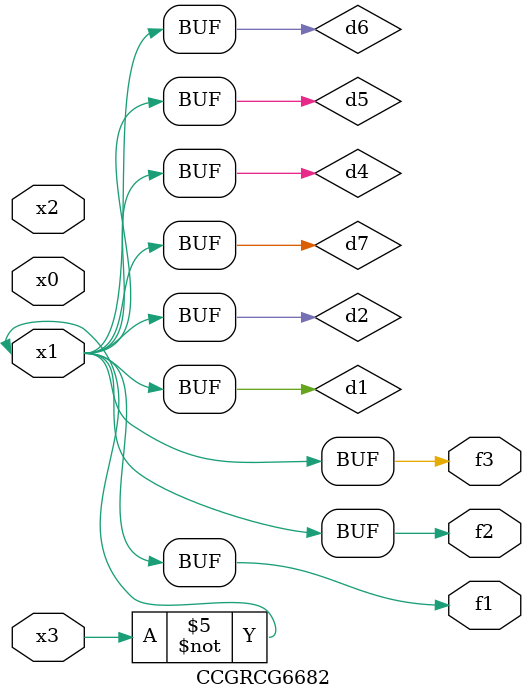
<source format=v>
module CCGRCG6682(
	input x0, x1, x2, x3,
	output f1, f2, f3
);

	wire d1, d2, d3, d4, d5, d6, d7;

	not (d1, x3);
	buf (d2, x1);
	xnor (d3, d1, d2);
	nor (d4, d1);
	buf (d5, d1, d2);
	buf (d6, d4, d5);
	nand (d7, d4);
	assign f1 = d6;
	assign f2 = d7;
	assign f3 = d6;
endmodule

</source>
